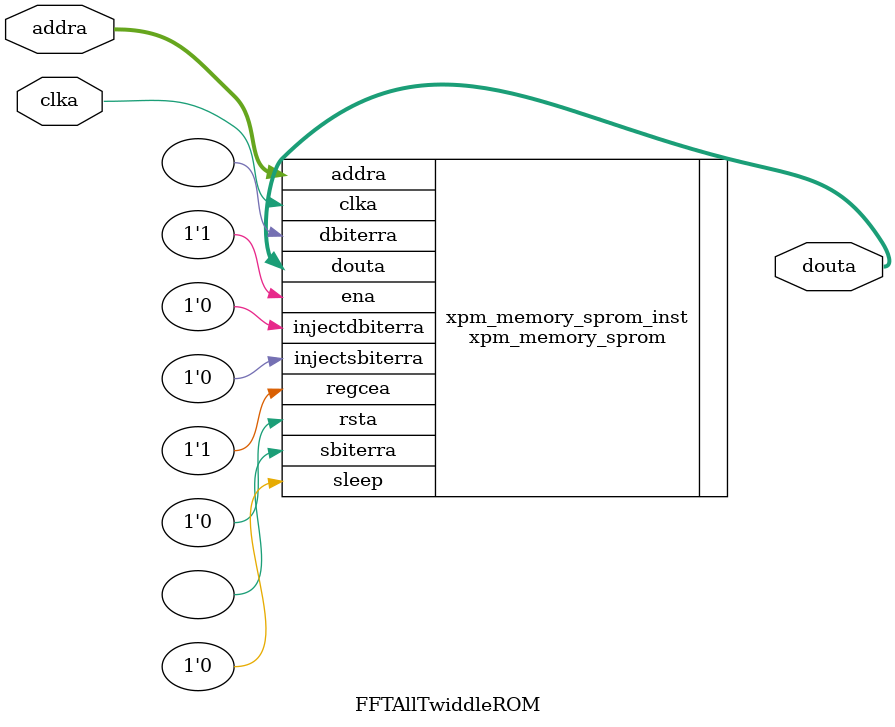
<source format=v>
`timescale 1ns / 1ps

module FFTAllTwiddleROM #(
    parameter LOGN = 13,
    parameter WORD_SIZE = 128
  )
  (
    input  clka,
    input  [LOGN-2:0]      addra,
    output [WORD_SIZE-1:0] douta
  );

  // XPM_MEMORY instantiation template for Single Port ROM configurations
// Refer to the targeted device family architecture libraries guide for XPM_MEMORY documentation
// =======================================================================================================================

// Parameter usage table, organized as follows:
// +---------------------------------------------------------------------------------------------------------------------+
// | Parameter name       | Data type          | Restrictions, if applicable                                             |
// |---------------------------------------------------------------------------------------------------------------------|
// | Description                                                                                                         |
// +---------------------------------------------------------------------------------------------------------------------+
// +---------------------------------------------------------------------------------------------------------------------+
// | ADDR_WIDTH_A         | Integer            | Range: 1 - 20. Default value = 6.                                       |
// |---------------------------------------------------------------------------------------------------------------------|
// | Specify the width of the port A address port addra, in bits.                                                        |
// | Must be large enough to access the entire memory from port A, i.e. = $clog2(MEMORY_SIZE/READ_DATA_WIDTH_A).         |
// +---------------------------------------------------------------------------------------------------------------------+
// | AUTO_SLEEP_TIME      | Integer            | Range: 0 - 15. Default value = 0.                                       |
// |---------------------------------------------------------------------------------------------------------------------|
// | Must be set to 0                                                                                                    |
// | 0 - Disable auto-sleep feature                                                                                      |
// +---------------------------------------------------------------------------------------------------------------------+
// | CASCADE_HEIGHT       | Integer            | Range: 0 - 64. Default value = 0.                                       |
// |---------------------------------------------------------------------------------------------------------------------|
// | 0- No Cascade Height, Allow Vivado Synthesis to choose.                                                             |
// | 1 or more - Vivado Synthesis sets the specified value as Cascade Height.                                            |
// +---------------------------------------------------------------------------------------------------------------------+
// | ECC_MODE             | String             | Allowed values: no_ecc, both_encode_and_decode, decode_only, encode_only. Default value = no_ecc.|
// |---------------------------------------------------------------------------------------------------------------------|
// |                                                                                                                     |
// |   "no_ecc" - Disables ECC                                                                                           |
// |   "encode_only" - Enables ECC Encoder only                                                                          |
// |   "decode_only" - Enables ECC Decoder only                                                                          |
// |   "both_encode_and_decode" - Enables both ECC Encoder and Decoder                                                   |
// +---------------------------------------------------------------------------------------------------------------------+
// | MEMORY_INIT_FILE     | String             | Default value = none.                                                   |
// |---------------------------------------------------------------------------------------------------------------------|
// | Specify "none" (including quotes) for no memory initialization, or specify the name of a memory initialization file-|
// | Enter only the name of the file with .mem extension, including quotes but without path (e.g. "my_file.mem").        |
// | File format must be ASCII and consist of only hexadecimal values organized into the specified depth by              |
// | narrowest data width generic value of the memory. See the Memory File (MEM) section for more                        |
// | information on the syntax. Initialization of memory happens through the file name specified only when parameter     |
// | MEMORY_INIT_PARAM value is equal to "".                                                                             |
// | When using XPM_MEMORY in a project, add the specified file to the Vivado project as a design source.                |
// +---------------------------------------------------------------------------------------------------------------------+
// | MEMORY_INIT_PARAM    | String             | Default value = 0.                                                      |
// |---------------------------------------------------------------------------------------------------------------------|
// | Specify "" or "0" (including quotes) for no memory initialization through parameter, or specify the string          |
// | containing the hex characters. Enter only hex characters with each location separated by delimiter (,).             |
// | Parameter format must be ASCII and consist of only hexadecimal values organized into the specified depth by         |
// | narrowest data width generic value of the memory.For example, if the narrowest data width is 8, and the depth of    |
// | memory is 8 locations, then the parameter value should be passed as shown below.                                    |
// | parameter MEMORY_INIT_PARAM = "AB,CD,EF,1,2,34,56,78"                                                               |
// | Where "AB" is the 0th location and "78" is the 7th location.                                                        |
// +---------------------------------------------------------------------------------------------------------------------+
// | MEMORY_OPTIMIZATION  | String             | Allowed values: true, false. Default value = true.                      |
// |---------------------------------------------------------------------------------------------------------------------|
// | Specify "true" to enable the optimization of unused memory or bits in the memory structure. Specify "false" to      |
// | disable the optimization of unused memory or bits in the memory structure.                                          |
// +---------------------------------------------------------------------------------------------------------------------+
// | MEMORY_PRIMITIVE     | String             | Allowed values: auto, block, distributed, ultra. Default value = auto.  |
// |---------------------------------------------------------------------------------------------------------------------|
// | Designate the memory primitive (resource type) to use-                                                              |
// | "auto"- Allow Vivado Synthesis to choose                                                                            |
// | "distributed"- Distributed memory                                                                                   |
// | "block"- Block memory                                                                                               |
// +---------------------------------------------------------------------------------------------------------------------+
// | MEMORY_SIZE          | Integer            | Range: 2 - 150994944. Default value = 2048.                             |
// |---------------------------------------------------------------------------------------------------------------------|
// | Specify the total memory array size, in bits.                                                                       |
// | For example, enter 65536 for a 2kx32 ROM.                                                                           |
// +---------------------------------------------------------------------------------------------------------------------+
// | MESSAGE_CONTROL      | Integer            | Range: 0 - 1. Default value = 0.                                        |
// |---------------------------------------------------------------------------------------------------------------------|
// | Specify 1 to enable the dynamic message reporting such as collision warnings, and 0 to disable the message reporting|
// +---------------------------------------------------------------------------------------------------------------------+
// | READ_DATA_WIDTH_A    | Integer            | Range: 1 - 4608. Default value = 32.                                    |
// |---------------------------------------------------------------------------------------------------------------------|
// | Specify the width of the port A read data output port douta, in bits.                                               |
// +---------------------------------------------------------------------------------------------------------------------+
// | READ_LATENCY_A       | Integer            | Range: 0 - 100. Default value = 2.                                      |
// |---------------------------------------------------------------------------------------------------------------------|
// | Specify the number of register stages in the port A read data pipeline. Read data output to port douta takes this   |
// | number of clka cycles.                                                                                              |
// | To target block memory, a value of 1 or larger is required- 1 causes use of memory latch only; 2 causes use of      |
// | output register. To target distributed memory, a value of 0 or larger is required- 0 indicates combinatorial output.|
// | Values larger than 2 synthesize additional flip-flops that are not retimed into memory primitives.                  |
// +---------------------------------------------------------------------------------------------------------------------+
// | READ_RESET_VALUE_A   | String             | Default value = 0.                                                      |
// |---------------------------------------------------------------------------------------------------------------------|
// | Specify the reset value of the port A final output register stage in response to rsta input port is assertion.      |
// | For example, to reset the value of port douta to all 0s when READ_DATA_WIDTH_A is 32, specify 32HHHHh0.             |
// +---------------------------------------------------------------------------------------------------------------------+
// | RST_MODE_A           | String             | Allowed values: SYNC, ASYNC. Default value = SYNC.                      |
// |---------------------------------------------------------------------------------------------------------------------|
// | Describes the behaviour of the reset                                                                                |
// |                                                                                                                     |
// |   "SYNC" - when reset is applied, synchronously resets output port douta to the value specified by parameter READ_RESET_VALUE_A|
// |   "ASYNC" - when reset is applied, asynchronously resets output port douta to zero                                  |
// +---------------------------------------------------------------------------------------------------------------------+
// | SIM_ASSERT_CHK       | Integer            | Range: 0 - 1. Default value = 0.                                        |
// |---------------------------------------------------------------------------------------------------------------------|
// | 0- Disable simulation message reporting. Messages related to potential misuse will not be reported.                 |
// | 1- Enable simulation message reporting. Messages related to potential misuse will be reported.                      |
// +---------------------------------------------------------------------------------------------------------------------+
// | USE_MEM_INIT         | Integer            | Range: 0 - 1. Default value = 1.                                        |
// |---------------------------------------------------------------------------------------------------------------------|
// | Specify 1 to enable the generation of below message and 0 to disable generation of the following message completely.|
// | "INFO - MEMORY_INIT_FILE and MEMORY_INIT_PARAM together specifies no memory initialization.                         |
// | Initial memory contents will be all 0s."                                                                            |
// | NOTE: This message gets generated only when there is no Memory Initialization specified either through file or      |
// | Parameter.                                                                                                          |
// +---------------------------------------------------------------------------------------------------------------------+
// | WAKEUP_TIME          | String             | Allowed values: disable_sleep, use_sleep_pin. Default value = disable_sleep.|
// |---------------------------------------------------------------------------------------------------------------------|
// | Specify "disable_sleep" to disable dynamic power saving option, and specify "use_sleep_pin" to enable the           |
// | dynamic power saving option                                                                                         |
// +---------------------------------------------------------------------------------------------------------------------+

// Port usage table, organized as follows:
// +---------------------------------------------------------------------------------------------------------------------+
// | Port name      | Direction | Size, in bits                         | Domain  | Sense       | Handling if unused     |
// |---------------------------------------------------------------------------------------------------------------------|
// | Description                                                                                                         |
// +---------------------------------------------------------------------------------------------------------------------+
// +---------------------------------------------------------------------------------------------------------------------+
// | addra          | Input     | ADDR_WIDTH_A                          | clka    | NA          | Required               |
// |---------------------------------------------------------------------------------------------------------------------|
// | Address for port A read operations.                                                                                 |
// +---------------------------------------------------------------------------------------------------------------------+
// | clka           | Input     | 1                                     | NA      | Rising edge | Required               |
// |---------------------------------------------------------------------------------------------------------------------|
// | Clock signal for port A.                                                                                            |
// +---------------------------------------------------------------------------------------------------------------------+
// | dbiterra       | Output    | 1                                     | clka    | Active-high | DoNotCare              |
// |---------------------------------------------------------------------------------------------------------------------|
// | Leave open.                                                                                                         |
// +---------------------------------------------------------------------------------------------------------------------+
// | douta          | Output    | READ_DATA_WIDTH_A                     | clka    | NA          | Required               |
// |---------------------------------------------------------------------------------------------------------------------|
// | Data output for port A read operations.                                                                             |
// +---------------------------------------------------------------------------------------------------------------------+
// | ena            | Input     | 1                                     | clka    | Active-high | Required               |
// |---------------------------------------------------------------------------------------------------------------------|
// | Memory enable signal for port A.                                                                                    |
// | Must be high on clock cycles when read operations are initiated. Pipelined internally.                              |
// +---------------------------------------------------------------------------------------------------------------------+
// | injectdbiterra | Input     | 1                                     | clka    | Active-high | Tie to 1'b0            |
// |---------------------------------------------------------------------------------------------------------------------|
// | Do not change from the provided value.                                                                              |
// +---------------------------------------------------------------------------------------------------------------------+
// | injectsbiterra | Input     | 1                                     | clka    | Active-high | Tie to 1'b0            |
// |---------------------------------------------------------------------------------------------------------------------|
// | Do not change from the provided value.                                                                              |
// +---------------------------------------------------------------------------------------------------------------------+
// | regcea         | Input     | 1                                     | clka    | Active-high | Tie to 1'b1            |
// |---------------------------------------------------------------------------------------------------------------------|
// | Do not change from the provided value.                                                                              |
// +---------------------------------------------------------------------------------------------------------------------+
// | rsta           | Input     | 1                                     | clka    | Active-high | Required               |
// |---------------------------------------------------------------------------------------------------------------------|
// | Reset signal for the final port A output register stage.                                                            |
// | Synchronously resets output port douta to the value specified by parameter READ_RESET_VALUE_A.                      |
// +---------------------------------------------------------------------------------------------------------------------+
// | sbiterra       | Output    | 1                                     | clka    | Active-high | DoNotCare              |
// |---------------------------------------------------------------------------------------------------------------------|
// | Leave open.                                                                                                         |
// +---------------------------------------------------------------------------------------------------------------------+
// | sleep          | Input     | 1                                     | NA      | Active-high | Tie to 1'b0            |
// |---------------------------------------------------------------------------------------------------------------------|
// | sleep signal to enable the dynamic power saving feature.                                                            |
// +---------------------------------------------------------------------------------------------------------------------+


// xpm_memory_sprom : In order to incorporate this function into the design,
//     Verilog      : the following instance declaration needs to be placed
//     instance     : in the body of the design code.  The instance name
//   declaration    : (xpm_memory_sprom_inst) and/or the port declarations within the
//       code       : parenthesis may be changed to properly reference and
//                  : connect this function to the design.  All inputs
//                  : and outputs must be connected.

//  Please reference the appropriate libraries guide for additional information on the XPM modules.

//  <-----Cut code below this line---->

   // xpm_memory_sprom: Single Port ROM
   // Xilinx Parameterized Macro, version 2019.1

  xpm_memory_sprom #(
      .ADDR_WIDTH_A(LOGN-1),              // DECIMAL
      .AUTO_SLEEP_TIME(0),           // DECIMAL
      .CASCADE_HEIGHT(0),            // DECIMAL
      .ECC_MODE("no_ecc"),           // String
      .MEMORY_INIT_FILE(LOGN == 14 ? "FFTStoredTwiddleFactors_14.mem" : 
                        LOGN == 15 ? "FFTStoredTwiddleFactors_15.mem" : 
                                     "FFTStoredTwiddleFactors_13.mem"),     // String
      .MEMORY_INIT_PARAM(""),       // String
      .MEMORY_OPTIMIZATION("true"),  // String
      .MEMORY_PRIMITIVE("block"),     // String
      .MEMORY_SIZE((1<<(LOGN-1))*WORD_SIZE),            // DECIMAL
      .MESSAGE_CONTROL(0),           // DECIMAL
      .READ_DATA_WIDTH_A(WORD_SIZE),        // DECIMAL
      .READ_LATENCY_A(2),            // DECIMAL
      .READ_RESET_VALUE_A("0"),      // String
      .RST_MODE_A("SYNC"),           // String
      .SIM_ASSERT_CHK(0),            // DECIMAL; 0=disable simulation messages, 1=enable simulation messages
      .USE_MEM_INIT(1),              // DECIMAL
      .WAKEUP_TIME("disable_sleep")  // String
   )
   xpm_memory_sprom_inst (
      .dbiterra(),             // 1-bit output: Leave open.
      .douta(douta),                   // READ_DATA_WIDTH_A-bit output: Data output for port A read operations.
      .sbiterra(),             // 1-bit output: Leave open.
      .addra(addra),                   // ADDR_WIDTH_A-bit input: Address for port A read operations.
      .clka(clka),                     // 1-bit input: Clock signal for port A.
      .ena(1'd1),                       // 1-bit input: Memory enable signal for port A. Must be high on clock
                                       // cycles when read operations are initiated. Pipelined internally.

      .injectdbiterra(1'd0), // 1-bit input: Do not change from the provided value.
      .injectsbiterra(1'd0), // 1-bit input: Do not change from the provided value.
      .regcea(1'd1),                 // 1-bit input: Do not change from the provided value.
      .rsta(1'd0),                     // 1-bit input: Reset signal for the final port A output register stage.
                                       // Synchronously resets output port douta to the value specified by
                                       // parameter READ_RESET_VALUE_A.

      .sleep(1'd0)                    // 1-bit input: sleep signal to enable the dynamic power saving feature.
   );

   // End of xpm_memory_sprom_inst instantiation
endmodule				
</source>
